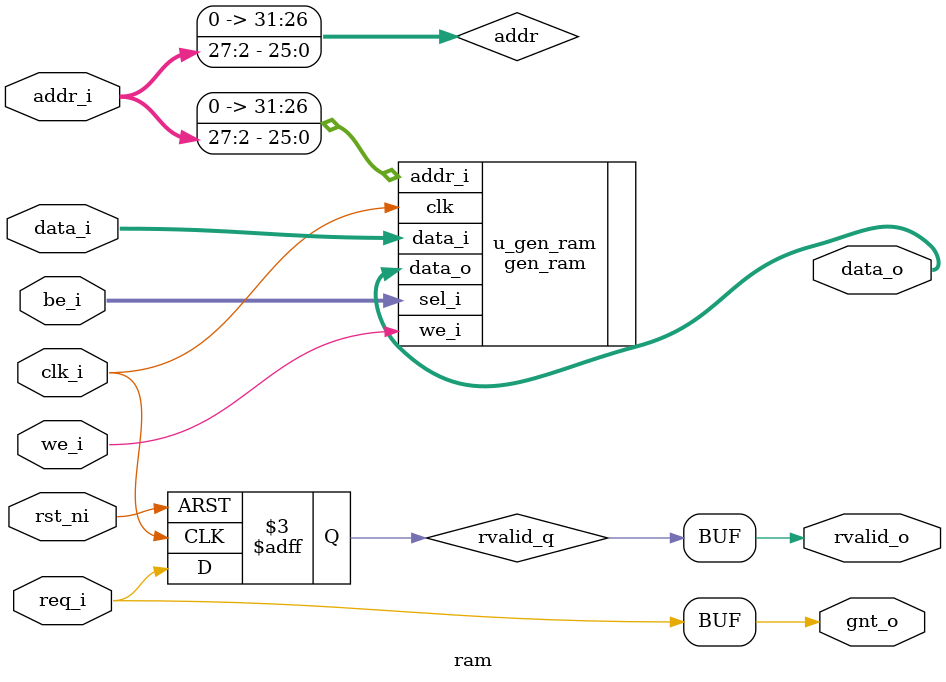
<source format=sv>
 /*                                                                      
 Copyright 2020 Blue Liang, liangkangnan@163.com
                                                                         
 Licensed under the Apache License, Version 2.0 (the "License");         
 you may not use this file except in compliance with the License.        
 You may obtain a copy of the License at                                 
                                                                         
     http://www.apache.org/licenses/LICENSE-2.0                          
                                                                         
 Unless required by applicable law or agreed to in writing, software    
 distributed under the License is distributed on an "AS IS" BASIS,       
 WITHOUT WARRANTIES OR CONDITIONS OF ANY KIND, either express or implied.
 See the License for the specific language governing permissions and     
 limitations under the License.                                          
 */

`include "../core/defines.sv"


module ram #(
    parameter DP = 4096
    )(
    input  wire        clk_i,
    input  wire        rst_ni,

    input  wire        req_i,
    input  wire        we_i,
    input  wire [ 3:0] be_i,
    input  wire [31:0] addr_i,
    input  wire [31:0] data_i,
    output wire        gnt_o,
    output wire        rvalid_o,
	output wire [31:0] data_o
    );

    reg rvalid_q;
    wire[31:0] addr;

    assign addr = {6'h0, addr_i[27:2]};
    assign gnt_o = req_i;

    always @(posedge clk_i or negedge rst_ni) begin
        if (!rst_ni) begin
            rvalid_q <= 1'b0;
        end else begin
            rvalid_q <= req_i;
        end
    end

    assign rvalid_o = rvalid_q;

    gen_ram #(
        .DP(DP),
        .DW(32),
        .MW(4),
        .AW(32)
    ) u_gen_ram(
        .clk(clk_i),
        .addr_i(addr),
        .data_i(data_i),
        .sel_i(be_i),
        .we_i(we_i),
        .data_o(data_o)
    );

endmodule

</source>
